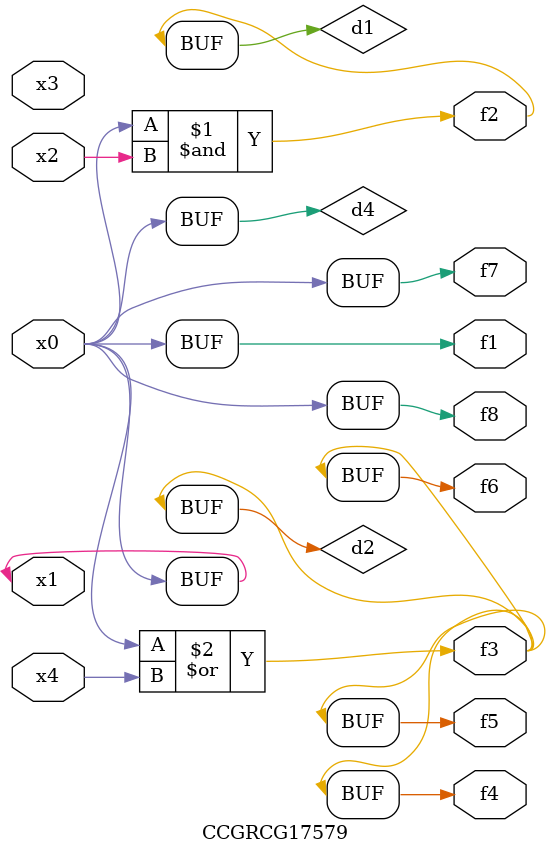
<source format=v>
module CCGRCG17579(
	input x0, x1, x2, x3, x4,
	output f1, f2, f3, f4, f5, f6, f7, f8
);

	wire d1, d2, d3, d4;

	and (d1, x0, x2);
	or (d2, x0, x4);
	nand (d3, x0, x2);
	buf (d4, x0, x1);
	assign f1 = d4;
	assign f2 = d1;
	assign f3 = d2;
	assign f4 = d2;
	assign f5 = d2;
	assign f6 = d2;
	assign f7 = d4;
	assign f8 = d4;
endmodule

</source>
